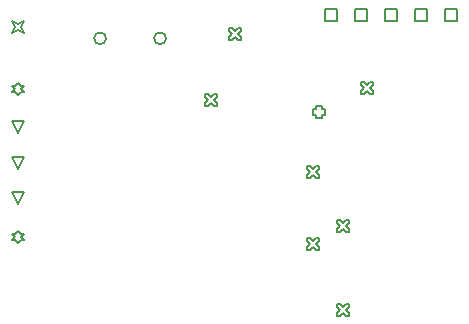
<source format=gbr>
%TF.GenerationSoftware,Altium Limited,Altium Designer,24.0.1 (36)*%
G04 Layer_Color=2752767*
%FSLAX45Y45*%
%MOMM*%
%TF.SameCoordinates,8CF4B923-E39E-4099-A09F-CB558B098684*%
%TF.FilePolarity,Positive*%
%TF.FileFunction,Drawing*%
%TF.Part,Single*%
G01*
G75*
%TA.AperFunction,NonConductor*%
%ADD39C,0.12700*%
%ADD75C,0.16933*%
D39*
X350000Y1745615D02*
X299200Y1847215D01*
X400800D01*
X350000Y1745615D01*
Y1445615D02*
X299200Y1547215D01*
X400800D01*
X350000Y1445615D01*
Y1145615D02*
X299200Y1247215D01*
X400800D01*
X350000Y1145615D01*
Y2070615D02*
X375400Y2096015D01*
X400800D01*
X375400Y2121415D01*
X400800Y2146815D01*
X375400D01*
X350000Y2172215D01*
X324600Y2146815D01*
X299200D01*
X324600Y2121415D01*
X299200Y2096015D01*
X324600D01*
X350000Y2070615D01*
Y820615D02*
X375400Y846015D01*
X400800D01*
X375400Y871415D01*
X400800Y896815D01*
X375400D01*
X350000Y922215D01*
X324600Y896815D01*
X299200D01*
X324600Y871415D01*
X299200Y846015D01*
X324600D01*
X350000Y820615D01*
X3965200Y2699200D02*
Y2800800D01*
X4066800D01*
Y2699200D01*
X3965200D01*
X2949200D02*
Y2800800D01*
X3050800D01*
Y2699200D01*
X2949200D01*
X3203200D02*
Y2800800D01*
X3304800D01*
Y2699200D01*
X3203200D01*
X3457200D02*
Y2800800D01*
X3558800D01*
Y2699200D01*
X3457200D01*
X3711200D02*
Y2800800D01*
X3812800D01*
Y2699200D01*
X3711200D01*
X299200Y2599200D02*
X324600Y2650000D01*
X299200Y2700800D01*
X350000Y2675400D01*
X400800Y2700800D01*
X375400Y2650000D01*
X400800Y2599200D01*
X350000Y2624600D01*
X299200Y2599200D01*
X3048000Y203200D02*
X3073400D01*
X3098800Y228600D01*
X3124200Y203200D01*
X3149600D01*
Y228600D01*
X3124200Y254000D01*
X3149600Y279400D01*
Y304800D01*
X3124200D01*
X3098800Y279400D01*
X3073400Y304800D01*
X3048000D01*
Y279400D01*
X3073400Y254000D01*
X3048000Y228600D01*
Y203200D01*
X2794000Y762000D02*
X2819400D01*
X2844800Y787400D01*
X2870200Y762000D01*
X2895600D01*
Y787400D01*
X2870200Y812800D01*
X2895600Y838200D01*
Y863600D01*
X2870200D01*
X2844800Y838200D01*
X2819400Y863600D01*
X2794000D01*
Y838200D01*
X2819400Y812800D01*
X2794000Y787400D01*
Y762000D01*
Y1371600D02*
X2819400D01*
X2844800Y1397000D01*
X2870200Y1371600D01*
X2895600D01*
Y1397000D01*
X2870200Y1422400D01*
X2895600Y1447800D01*
Y1473200D01*
X2870200D01*
X2844800Y1447800D01*
X2819400Y1473200D01*
X2794000D01*
Y1447800D01*
X2819400Y1422400D01*
X2794000Y1397000D01*
Y1371600D01*
X2870200Y1905000D02*
Y1879600D01*
X2921000D01*
Y1905000D01*
X2946400D01*
Y1955800D01*
X2921000D01*
Y1981200D01*
X2870200D01*
Y1955800D01*
X2844800D01*
Y1905000D01*
X2870200D01*
X2133600Y2540000D02*
X2159000D01*
X2184400Y2565400D01*
X2209800Y2540000D01*
X2235200D01*
Y2565400D01*
X2209800Y2590800D01*
X2235200Y2616200D01*
Y2641600D01*
X2209800D01*
X2184400Y2616200D01*
X2159000Y2641600D01*
X2133600D01*
Y2616200D01*
X2159000Y2590800D01*
X2133600Y2565400D01*
Y2540000D01*
X1930400Y1981200D02*
X1955800D01*
X1981200Y2006600D01*
X2006600Y1981200D01*
X2032000D01*
Y2006600D01*
X2006600Y2032000D01*
X2032000Y2057400D01*
Y2082800D01*
X2006600D01*
X1981200Y2057400D01*
X1955800Y2082800D01*
X1930400D01*
Y2057400D01*
X1955800Y2032000D01*
X1930400Y2006600D01*
Y1981200D01*
X3048000Y914400D02*
X3073400D01*
X3098800Y939800D01*
X3124200Y914400D01*
X3149600D01*
Y939800D01*
X3124200Y965200D01*
X3149600Y990600D01*
Y1016000D01*
X3124200D01*
X3098800Y990600D01*
X3073400Y1016000D01*
X3048000D01*
Y990600D01*
X3073400Y965200D01*
X3048000Y939800D01*
Y914400D01*
X3251200Y2082800D02*
X3276600D01*
X3302000Y2108200D01*
X3327400Y2082800D01*
X3352800D01*
Y2108200D01*
X3327400Y2133600D01*
X3352800Y2159000D01*
Y2184400D01*
X3327400D01*
X3302000Y2159000D01*
X3276600Y2184400D01*
X3251200D01*
Y2159000D01*
X3276600Y2133600D01*
X3251200Y2108200D01*
Y2082800D01*
D75*
X1604800Y2550000D02*
G03*
X1604800Y2550000I-50800J0D01*
G01*
X1096800D02*
G03*
X1096800Y2550000I-50800J0D01*
G01*
%TF.MD5,7218f6df6111c411a2b5cc2f5e4f2e4d*%
M02*

</source>
